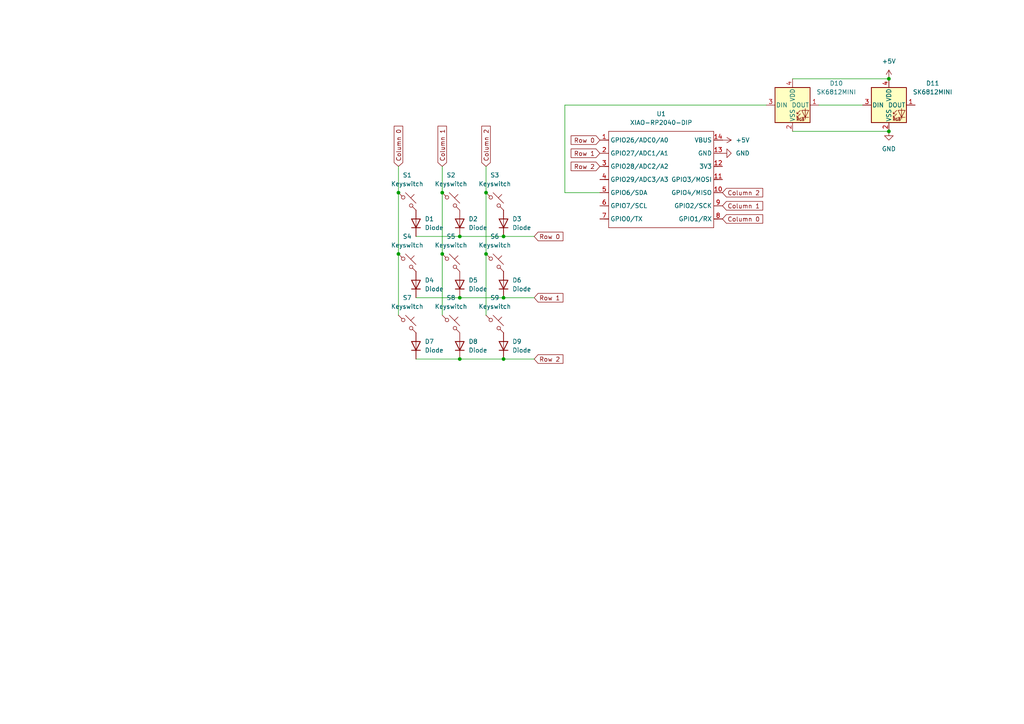
<source format=kicad_sch>
(kicad_sch (version 20231120) (generator "eeschema") (generator_version "8.0")
  (paper "A4")
  (lib_symbols
    (symbol "LED:SK6812MINI" (pin_names (offset 0.254))
      (property "Reference" "D" (at 5.08 5.715 0))
      (property "Value" "SK6812MINI" (at 1.27 -5.715 0))
      (symbol "SK6812MINI_0_0"
        (text "RGB" (at 2.286 -4.191 0) (effects (font (size 0.762 0.762))))
      )
      (symbol "SK6812MINI_0_1"
        (polyline (pts (xy 1.27 -3.556) (xy 1.778 -3.556)))
        (polyline (pts (xy 1.27 -2.54) (xy 1.778 -2.54)))
        (polyline (pts (xy 4.699 -3.556) (xy 2.667 -3.556)))
        (polyline (pts (xy 2.286 -2.54) (xy 1.27 -3.556) (xy 1.27 -3.048)))
        (polyline (pts (xy 2.286 -1.524) (xy 1.27 -2.54) (xy 1.27 -2.032)))
        (polyline (pts (xy 3.683 -1.016) (xy 3.683 -3.556) (xy 3.683 -4.064)))
        (polyline (pts (xy 4.699 -1.524) (xy 2.667 -1.524) (xy 3.683 -3.556) (xy 4.699 -1.524)))
        (rectangle (start 5.08 5.08) (end -5.08 -5.08) (stroke (width 0.254)) (fill (type background)))
      )
      (symbol "SK6812MINI_1_1"
        (pin output line (at 7.62 0 180) (length 2.54) (name "DOUT") (number "1"))
        (pin power_in line (at 0 -7.62 90) (length 2.54) (name "VSS") (number "2"))
        (pin input line (at -7.62 0 0) (length 2.54) (name "DIN") (number "3"))
        (pin power_in line (at 0 7.62 270) (length 2.54) (name "VDD") (number "4"))
      )
    )
    (symbol "ScottoKeebs:Placeholder_Diode" (pin_numbers hide) (pin_names hide)
      (property "Reference" "D" (at 0 2.54 0))
      (property "Value" "Diode" (at 0 -2.54 0))
      (symbol "Placeholder_Diode_0_1"
        (polyline (pts (xy -1.27 1.27) (xy -1.27 -1.27)) (stroke (width 0.254)))
        (polyline (pts (xy 1.27 0) (xy -1.27 0)))
        (polyline (pts (xy 1.27 1.27) (xy 1.27 -1.27) (xy -1.27 0) (xy 1.27 1.27)) (stroke (width 0.254)))
      )
      (symbol "Placeholder_Diode_1_1"
        (pin passive line (at -3.81 0 0) (length 2.54) (name "K") (number "1"))
        (pin passive line (at 3.81 0 180) (length 2.54) (name "A") (number "2"))
      )
    )
    (symbol "ScottoKeebs:Placeholder_Keyswitch" (pin_numbers hide) (pin_names (offset 1.016) hide)
      (property "Reference" "S" (at 3.048 1.016 0))
      (property "Value" "Keyswitch" (at 0 -3.81 0))
      (symbol "Placeholder_Keyswitch_0_1"
        (circle (center -1.1684 1.1684) (radius 0.508))
        (polyline (pts (xy -0.508 2.54) (xy 2.54 -0.508)))
        (polyline (pts (xy 1.016 1.016) (xy 2.032 2.032)))
        (polyline (pts (xy -2.54 2.54) (xy -1.524 1.524) (xy -1.524 1.524)))
        (polyline (pts (xy 1.524 -1.524) (xy 2.54 -2.54) (xy 2.54 -2.54) (xy 2.54 -2.54)))
        (circle (center 1.143 -1.1938) (radius 0.508))
        (pin passive line (at -2.54 2.54 0) (length 0) (name "1") (number "1"))
        (pin passive line (at 2.54 -2.54 180) (length 0) (name "2") (number "2"))
      )
    )
    (symbol "Seeed_Studio_XIAO_Series:XIAO-RP2040-DIP"
      (property "Reference" "U" (at 0 0 0))
      (property "Value" "XIAO-RP2040-DIP" (at 5.334 -1.778 0))
      (symbol "XIAO-RP2040-DIP_1_0"
        (polyline (pts (xy -1.27 -30.48) (xy -1.27 -16.51)) (stroke (width 0.1524)))
        (polyline (pts (xy -1.27 -27.94) (xy -2.54 -27.94)) (stroke (width 0.1524)))
        (polyline (pts (xy -1.27 -24.13) (xy -2.54 -24.13)) (stroke (width 0.1524)))
        (polyline (pts (xy -1.27 -20.32) (xy -2.54 -20.32)) (stroke (width 0.1524)))
        (polyline (pts (xy -1.27 -16.51) (xy -2.54 -16.51)) (stroke (width 0.1524)))
        (polyline (pts (xy -1.27 -16.51) (xy -1.27 -12.7)) (stroke (width 0.1524)))
        (polyline (pts (xy -1.27 -12.7) (xy -2.54 -12.7)) (stroke (width 0.1524)))
        (polyline (pts (xy -1.27 -12.7) (xy -1.27 -8.89)) (stroke (width 0.1524)))
        (polyline (pts (xy -1.27 -8.89) (xy -2.54 -8.89)) (stroke (width 0.1524)))
        (polyline (pts (xy -1.27 -8.89) (xy -1.27 -5.08)) (stroke (width 0.1524)))
        (polyline (pts (xy -1.27 -5.08) (xy -2.54 -5.08)) (stroke (width 0.1524)))
        (polyline (pts (xy -1.27 -5.08) (xy -1.27 -2.54)) (stroke (width 0.1524)))
        (polyline (pts (xy -1.27 -2.54) (xy 29.21 -2.54)) (stroke (width 0.1524)))
        (polyline (pts (xy 29.21 -30.48) (xy -1.27 -30.48)) (stroke (width 0.1524)))
        (polyline (pts (xy 29.21 -12.7) (xy 29.21 -30.48)) (stroke (width 0.1524)))
        (polyline (pts (xy 29.21 -8.89) (xy 29.21 -12.7)) (stroke (width 0.1524)))
        (polyline (pts (xy 29.21 -5.08) (xy 29.21 -8.89)) (stroke (width 0.1524)))
        (polyline (pts (xy 29.21 -2.54) (xy 29.21 -5.08)) (stroke (width 0.1524)))
        (polyline (pts (xy 30.48 -27.94) (xy 29.21 -27.94)) (stroke (width 0.1524)))
        (polyline (pts (xy 30.48 -24.13) (xy 29.21 -24.13)) (stroke (width 0.1524)))
        (polyline (pts (xy 30.48 -20.32) (xy 29.21 -20.32)) (stroke (width 0.1524)))
        (polyline (pts (xy 30.48 -16.51) (xy 29.21 -16.51)) (stroke (width 0.1524)))
        (polyline (pts (xy 30.48 -12.7) (xy 29.21 -12.7)) (stroke (width 0.1524)))
        (polyline (pts (xy 30.48 -8.89) (xy 29.21 -8.89)) (stroke (width 0.1524)))
        (polyline (pts (xy 30.48 -5.08) (xy 29.21 -5.08)) (stroke (width 0.1524)))
        (pin passive line (at -3.81 -5.08 0) (length 2.54) (name "GPIO26/ADC0/A0") (number "1"))
        (pin passive line (at 31.75 -20.32 180) (length 2.54) (name "GPIO4/MISO") (number "10"))
        (pin passive line (at 31.75 -16.51 180) (length 2.54) (name "GPIO3/MOSI") (number "11"))
        (pin passive line (at 31.75 -12.7 180) (length 2.54) (name "3V3") (number "12"))
        (pin passive line (at 31.75 -8.89 180) (length 2.54) (name "GND") (number "13"))
        (pin passive line (at 31.75 -5.08 180) (length 2.54) (name "VBUS") (number "14"))
        (pin passive line (at -3.81 -8.89 0) (length 2.54) (name "GPIO27/ADC1/A1") (number "2"))
        (pin passive line (at -3.81 -12.7 0) (length 2.54) (name "GPIO28/ADC2/A2") (number "3"))
        (pin passive line (at -3.81 -16.51 0) (length 2.54) (name "GPIO29/ADC3/A3") (number "4"))
        (pin passive line (at -3.81 -20.32 0) (length 2.54) (name "GPIO6/SDA") (number "5"))
        (pin passive line (at -3.81 -24.13 0) (length 2.54) (name "GPIO7/SCL") (number "6"))
        (pin passive line (at -3.81 -27.94 0) (length 2.54) (name "GPIO0/TX") (number "7"))
        (pin passive line (at 31.75 -27.94 180) (length 2.54) (name "GPIO1/RX") (number "8"))
        (pin passive line (at 31.75 -24.13 180) (length 2.54) (name "GPIO2/SCK") (number "9"))
      )
    )
    (symbol "power:+5V" (power) (pin_numbers hide) (pin_names (offset 0) hide)
      (property "Value" "+5V" (at 0 3.556 0))
      (symbol "+5V_0_1"
        (polyline (pts (xy -0.762 1.27) (xy 0 2.54)))
        (polyline (pts (xy 0 0) (xy 0 2.54)))
        (polyline (pts (xy 0 2.54) (xy 0.762 1.27)))
      )
      (symbol "+5V_1_1"
        (pin power_in line (at 0 0 90) (length 0) (name "~") (number "1"))
      )
    )
    (symbol "power:GND" (power) (pin_numbers hide) (pin_names (offset 0) hide)
      (property "Value" "GND" (at 0 -3.81 0))
      (symbol "GND_0_1"
        (polyline (pts (xy 0 0) (xy 0 -1.27) (xy 1.27 -1.27) (xy 0 -2.54) (xy -1.27 -1.27) (xy 0 -1.27)))
      )
      (symbol "GND_1_1"
        (pin power_in line (at 0 0 270) (length 0) (name "~") (number "1"))
      )
    )
  )
  (junction (at 146.05 104.14))
  (junction (at 146.05 86.36))
  (junction (at 133.35 86.36))
  (junction (at 140.97 73.66))
  (junction (at 257.81 22.86))
  (junction (at 128.27 73.66))
  (junction (at 115.57 73.66))
  (junction (at 128.27 55.88))
  (junction (at 115.57 55.88))
  (junction (at 133.35 104.14))
  (junction (at 257.81 38.1))
  (junction (at 140.97 55.88))
  (junction (at 146.05 68.58))
  (junction (at 133.35 68.58))
  (wire (pts (xy 120.65 68.58) (xy 133.35 68.58)))
  (wire (pts (xy 163.83 30.48) (xy 163.83 55.88)))
  (wire (pts (xy 154.94 86.36) (xy 146.05 86.36)))
  (wire (pts (xy 115.57 55.88) (xy 115.57 73.66)))
  (wire (pts (xy 120.65 104.14) (xy 133.35 104.14)))
  (wire (pts (xy 120.65 86.36) (xy 133.35 86.36)))
  (wire (pts (xy 128.27 48.26) (xy 128.27 55.88)))
  (wire (pts (xy 133.35 104.14) (xy 146.05 104.14)))
  (wire (pts (xy 237.49 30.48) (xy 250.19 30.48)))
  (wire (pts (xy 133.35 68.58) (xy 146.05 68.58)))
  (wire (pts (xy 115.57 73.66) (xy 115.57 91.44)))
  (wire (pts (xy 163.83 55.88) (xy 173.99 55.88)))
  (wire (pts (xy 140.97 48.26) (xy 140.97 55.88)))
  (wire (pts (xy 154.94 104.14) (xy 146.05 104.14)))
  (wire (pts (xy 140.97 73.66) (xy 140.97 91.44)))
  (wire (pts (xy 133.35 86.36) (xy 146.05 86.36)))
  (wire (pts (xy 222.25 30.48) (xy 163.83 30.48)))
  (wire (pts (xy 140.97 55.88) (xy 140.97 73.66)))
  (wire (pts (xy 229.87 22.86) (xy 257.81 22.86)))
  (wire (pts (xy 229.87 38.1) (xy 257.81 38.1)))
  (wire (pts (xy 128.27 55.88) (xy 128.27 73.66)))
  (wire (pts (xy 128.27 73.66) (xy 128.27 91.44)))
  (wire (pts (xy 115.57 48.26) (xy 115.57 55.88)))
  (wire (pts (xy 154.94 68.58) (xy 146.05 68.58)))
  (global_label "Column 1" (shape input) (at 128.27 48.26 90) (property "Intersheetrefs" "${INTERSHEET_REFS}" (effects (hide yes))))
  (global_label "Row 2" (shape input) (at 173.99 48.26 180) (property "Intersheetrefs" "${INTERSHEET_REFS}" (effects (hide yes))))
  (global_label "Row 0" (shape input) (at 173.99 40.64 180) (property "Intersheetrefs" "${INTERSHEET_REFS}" (effects (hide yes))))
  (global_label "Column 2" (shape input) (at 140.97 48.26 90) (property "Intersheetrefs" "${INTERSHEET_REFS}" (effects (hide yes))))
  (global_label "Row 1" (shape input) (at 173.99 44.45 180) (property "Intersheetrefs" "${INTERSHEET_REFS}" (effects (hide yes))))
  (global_label "Column 0" (shape input) (at 209.55 63.5 0) (property "Intersheetrefs" "${INTERSHEET_REFS}" (effects (hide yes))))
  (global_label "Column 0" (shape input) (at 115.57 48.26 90) (property "Intersheetrefs" "${INTERSHEET_REFS}" (effects (hide yes))))
  (global_label "Column 1" (shape input) (at 209.55 59.69 0) (property "Intersheetrefs" "${INTERSHEET_REFS}" (effects (hide yes))))
  (global_label "Row 2" (shape input) (at 154.94 104.14 0) (property "Intersheetrefs" "${INTERSHEET_REFS}" (effects (hide yes))))
  (global_label "Column 2" (shape input) (at 209.55 55.88 0) (property "Intersheetrefs" "${INTERSHEET_REFS}" (effects (hide yes))))
  (global_label "Row 1" (shape input) (at 154.94 86.36 0) (property "Intersheetrefs" "${INTERSHEET_REFS}" (effects (hide yes))))
  (global_label "Row 0" (shape input) (at 154.94 68.58 0) (property "Intersheetrefs" "${INTERSHEET_REFS}" (effects (hide yes))))
  (symbol (lib_id "ScottoKeebs:Placeholder_Keyswitch") (at 118.11 76.2 0) (unit 1)
    (property "Reference" "S4" (at 118.11 68.58 0))
    (property "Value" "Keyswitch" (at 118.11 71.12 0))
    (property "Footprint" "ScottoKeebs_MX:MX_PCB_1.00u" (effects (hide yes)))
    (property "Description" "Push button switch, normally open, two pins, 45° tilted" (effects (hide yes)))
  )
  (symbol (lib_id "power:GND") (at 209.55 44.45 90) (unit 1)
    (property "Reference" "#PWR02" (effects (hide yes)))
    (property "Value" "GND" (at 213.36 44.4499 90) (effects (justify right)))
    (property "Description" "Power symbol creates a global label with name \"GND\" , ground" (effects (hide yes)))
  )
  (symbol (lib_id "LED:SK6812MINI") (at 257.81 30.48 0) (unit 1)
    (property "Reference" "D11" (at 270.51 24.1614 0))
    (property "Value" "SK6812MINI" (at 270.51 26.7014 0))
    (property "Footprint" "LED_SMD:LED_SK6812MINI_PLCC4_3.5x3.5mm_P1.75mm" (effects (hide yes)))
    (property "Datasheet" "https://cdn-shop.adafruit.com/product-files/2686/SK6812MINI_REV.01-1-2.pdf" (effects (hide yes)))
    (property "Description" "RGB LED with integrated controller" (effects (hide yes)))
  )
  (symbol (lib_id "ScottoKeebs:Placeholder_Keyswitch") (at 118.11 58.42 0) (unit 1)
    (property "Reference" "S1" (at 118.11 50.8 0))
    (property "Value" "Keyswitch" (at 118.11 53.34 0))
    (property "Footprint" "ScottoKeebs_MX:MX_PCB_1.00u" (effects (hide yes)))
    (property "Description" "Push button switch, normally open, two pins, 45° tilted" (effects (hide yes)))
  )
  (symbol (lib_id "ScottoKeebs:Placeholder_Keyswitch") (at 143.51 76.2 0) (unit 1)
    (property "Reference" "S6" (at 143.51 68.58 0))
    (property "Value" "Keyswitch" (at 143.51 71.12 0))
    (property "Footprint" "ScottoKeebs_MX:MX_PCB_1.00u" (effects (hide yes)))
    (property "Description" "Push button switch, normally open, two pins, 45° tilted" (effects (hide yes)))
  )
  (symbol (lib_id "ScottoKeebs:Placeholder_Diode") (at 146.05 82.55 90) (unit 1)
    (property "Reference" "D6" (at 148.59 81.2799 90) (effects (justify right)))
    (property "Value" "Diode" (at 148.59 83.8199 90) (effects (justify right)))
    (property "Footprint" "ScottoKeebs_Components:Diode_DO-35" (effects (hide yes)))
    (property "Description" "1N4148 (DO-35) or 1N4148W (SOD-123)" (effects (hide yes)))
    (property "Sim.Device" "D" (effects (hide yes)))
    (property "Sim.Pins" "1=K 2=A" (effects (hide yes)))
  )
  (symbol (lib_id "ScottoKeebs:Placeholder_Diode") (at 146.05 100.33 90) (unit 1)
    (property "Reference" "D9" (at 148.59 99.0599 90) (effects (justify right)))
    (property "Value" "Diode" (at 148.59 101.5999 90) (effects (justify right)))
    (property "Footprint" "ScottoKeebs_Components:Diode_DO-35" (effects (hide yes)))
    (property "Description" "1N4148 (DO-35) or 1N4148W (SOD-123)" (effects (hide yes)))
    (property "Sim.Device" "D" (effects (hide yes)))
    (property "Sim.Pins" "1=K 2=A" (effects (hide yes)))
  )
  (symbol (lib_id "power:+5V") (at 257.81 22.86 0) (unit 1)
    (property "Reference" "#PWR04" (effects (hide yes)))
    (property "Value" "+5V" (at 257.81 17.78 0))
    (property "Description" "Power symbol creates a global label with name \"+5V\"" (effects (hide yes)))
  )
  (symbol (lib_id "ScottoKeebs:Placeholder_Keyswitch") (at 118.11 93.98 0) (unit 1)
    (property "Reference" "S7" (at 118.11 86.36 0))
    (property "Value" "Keyswitch" (at 118.11 88.9 0))
    (property "Footprint" "ScottoKeebs_MX:MX_PCB_1.00u" (effects (hide yes)))
    (property "Description" "Push button switch, normally open, two pins, 45° tilted" (effects (hide yes)))
  )
  (symbol (lib_id "ScottoKeebs:Placeholder_Keyswitch") (at 130.81 76.2 0) (unit 1)
    (property "Reference" "S5" (at 130.81 68.58 0))
    (property "Value" "Keyswitch" (at 130.81 71.12 0))
    (property "Footprint" "ScottoKeebs_MX:MX_PCB_1.00u" (effects (hide yes)))
    (property "Description" "Push button switch, normally open, two pins, 45° tilted" (effects (hide yes)))
  )
  (symbol (lib_id "LED:SK6812MINI") (at 229.87 30.48 0) (unit 1)
    (property "Reference" "D10" (at 242.57 24.1614 0))
    (property "Value" "SK6812MINI" (at 242.57 26.7014 0))
    (property "Footprint" "LED_SMD:LED_SK6812MINI_PLCC4_3.5x3.5mm_P1.75mm" (effects (hide yes)))
    (property "Datasheet" "https://cdn-shop.adafruit.com/product-files/2686/SK6812MINI_REV.01-1-2.pdf" (effects (hide yes)))
    (property "Description" "RGB LED with integrated controller" (effects (hide yes)))
  )
  (symbol (lib_id "ScottoKeebs:Placeholder_Diode") (at 120.65 64.77 90) (unit 1)
    (property "Reference" "D1" (at 123.19 63.4999 90) (effects (justify right)))
    (property "Value" "Diode" (at 123.19 66.0399 90) (effects (justify right)))
    (property "Footprint" "ScottoKeebs_Components:Diode_DO-35" (effects (hide yes)))
    (property "Description" "1N4148 (DO-35) or 1N4148W (SOD-123)" (effects (hide yes)))
    (property "Sim.Device" "D" (effects (hide yes)))
    (property "Sim.Pins" "1=K 2=A" (effects (hide yes)))
  )
  (symbol (lib_id "ScottoKeebs:Placeholder_Diode") (at 120.65 100.33 90) (unit 1)
    (property "Reference" "D7" (at 123.19 99.0599 90) (effects (justify right)))
    (property "Value" "Diode" (at 123.19 101.5999 90) (effects (justify right)))
    (property "Footprint" "ScottoKeebs_Components:Diode_DO-35" (effects (hide yes)))
    (property "Description" "1N4148 (DO-35) or 1N4148W (SOD-123)" (effects (hide yes)))
    (property "Sim.Device" "D" (effects (hide yes)))
    (property "Sim.Pins" "1=K 2=A" (effects (hide yes)))
  )
  (symbol (lib_id "ScottoKeebs:Placeholder_Keyswitch") (at 143.51 58.42 0) (unit 1)
    (property "Reference" "S3" (at 143.51 50.8 0))
    (property "Value" "Keyswitch" (at 143.51 53.34 0))
    (property "Footprint" "ScottoKeebs_MX:MX_PCB_1.00u" (effects (hide yes)))
    (property "Description" "Push button switch, normally open, two pins, 45° tilted" (effects (hide yes)))
  )
  (symbol (lib_id "ScottoKeebs:Placeholder_Diode") (at 133.35 64.77 90) (unit 1)
    (property "Reference" "D2" (at 135.89 63.4999 90) (effects (justify right)))
    (property "Value" "Diode" (at 135.89 66.0399 90) (effects (justify right)))
    (property "Footprint" "ScottoKeebs_Components:Diode_DO-35" (effects (hide yes)))
    (property "Description" "1N4148 (DO-35) or 1N4148W (SOD-123)" (effects (hide yes)))
    (property "Sim.Device" "D" (effects (hide yes)))
    (property "Sim.Pins" "1=K 2=A" (effects (hide yes)))
  )
  (symbol (lib_id "Seeed_Studio_XIAO_Series:XIAO-RP2040-DIP") (at 177.8 35.56 0) (unit 1)
    (property "Reference" "U1" (at 191.77 33.02 0))
    (property "Value" "XIAO-RP2040-DIP" (at 191.77 35.56 0))
    (property "Footprint" "OPL:XIAO-RP2040-DIP" (effects (hide yes)))
  )
  (symbol (lib_id "ScottoKeebs:Placeholder_Diode") (at 146.05 64.77 90) (unit 1)
    (property "Reference" "D3" (at 148.59 63.4999 90) (effects (justify right)))
    (property "Value" "Diode" (at 148.59 66.0399 90) (effects (justify right)))
    (property "Footprint" "ScottoKeebs_Components:Diode_DO-35" (effects (hide yes)))
    (property "Description" "1N4148 (DO-35) or 1N4148W (SOD-123)" (effects (hide yes)))
    (property "Sim.Device" "D" (effects (hide yes)))
    (property "Sim.Pins" "1=K 2=A" (effects (hide yes)))
  )
  (symbol (lib_id "power:GND") (at 257.81 38.1 0) (unit 1)
    (property "Reference" "#PWR03" (effects (hide yes)))
    (property "Value" "GND" (at 257.81 43.18 0))
    (property "Description" "Power symbol creates a global label with name \"GND\" , ground" (effects (hide yes)))
  )
  (symbol (lib_id "ScottoKeebs:Placeholder_Diode") (at 133.35 82.55 90) (unit 1)
    (property "Reference" "D5" (at 135.89 81.2799 90) (effects (justify right)))
    (property "Value" "Diode" (at 135.89 83.8199 90) (effects (justify right)))
    (property "Footprint" "ScottoKeebs_Components:Diode_DO-35" (effects (hide yes)))
    (property "Description" "1N4148 (DO-35) or 1N4148W (SOD-123)" (effects (hide yes)))
    (property "Sim.Device" "D" (effects (hide yes)))
    (property "Sim.Pins" "1=K 2=A" (effects (hide yes)))
  )
  (symbol (lib_id "power:+5V") (at 209.55 40.64 270) (unit 1)
    (property "Reference" "#PWR01" (effects (hide yes)))
    (property "Value" "+5V" (at 213.36 40.6399 90) (effects (justify left)))
    (property "Description" "Power symbol creates a global label with name \"+5V\"" (effects (hide yes)))
  )
  (symbol (lib_id "ScottoKeebs:Placeholder_Keyswitch") (at 143.51 93.98 0) (unit 1)
    (property "Reference" "S9" (at 143.51 86.36 0))
    (property "Value" "Keyswitch" (at 143.51 88.9 0))
    (property "Footprint" "ScottoKeebs_MX:MX_PCB_1.00u" (effects (hide yes)))
    (property "Description" "Push button switch, normally open, two pins, 45° tilted" (effects (hide yes)))
  )
  (symbol (lib_id "ScottoKeebs:Placeholder_Diode") (at 120.65 82.55 90) (unit 1)
    (property "Reference" "D4" (at 123.19 81.2799 90) (effects (justify right)))
    (property "Value" "Diode" (at 123.19 83.8199 90) (effects (justify right)))
    (property "Footprint" "ScottoKeebs_Components:Diode_DO-35" (effects (hide yes)))
    (property "Description" "1N4148 (DO-35) or 1N4148W (SOD-123)" (effects (hide yes)))
    (property "Sim.Device" "D" (effects (hide yes)))
    (property "Sim.Pins" "1=K 2=A" (effects (hide yes)))
  )
  (symbol (lib_id "ScottoKeebs:Placeholder_Keyswitch") (at 130.81 58.42 0) (unit 1)
    (property "Reference" "S2" (at 130.81 50.8 0))
    (property "Value" "Keyswitch" (at 130.81 53.34 0))
    (property "Footprint" "ScottoKeebs_MX:MX_PCB_1.00u" (effects (hide yes)))
    (property "Description" "Push button switch, normally open, two pins, 45° tilted" (effects (hide yes)))
  )
  (symbol (lib_id "ScottoKeebs:Placeholder_Keyswitch") (at 130.81 93.98 0) (unit 1)
    (property "Reference" "S8" (at 130.81 86.36 0))
    (property "Value" "Keyswitch" (at 130.81 88.9 0))
    (property "Footprint" "ScottoKeebs_MX:MX_PCB_1.00u" (effects (hide yes)))
    (property "Description" "Push button switch, normally open, two pins, 45° tilted" (effects (hide yes)))
  )
  (symbol (lib_id "ScottoKeebs:Placeholder_Diode") (at 133.35 100.33 90) (unit 1)
    (property "Reference" "D8" (at 135.89 99.0599 90) (effects (justify right)))
    (property "Value" "Diode" (at 135.89 101.5999 90) (effects (justify right)))
    (property "Footprint" "ScottoKeebs_Components:Diode_DO-35" (effects (hide yes)))
    (property "Description" "1N4148 (DO-35) or 1N4148W (SOD-123)" (effects (hide yes)))
    (property "Sim.Device" "D" (effects (hide yes)))
    (property "Sim.Pins" "1=K 2=A" (effects (hide yes)))
  )
)
</source>
